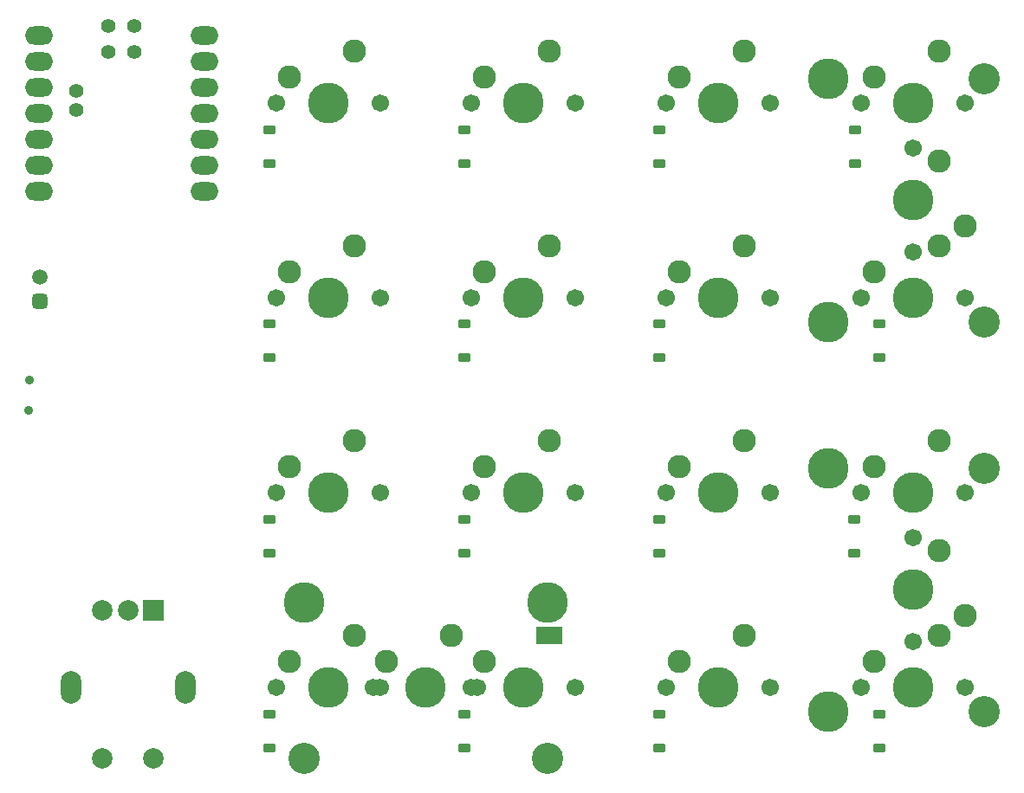
<source format=gbr>
%TF.GenerationSoftware,KiCad,Pcbnew,(7.0.0)*%
%TF.CreationDate,2023-06-29T20:35:03+03:00*%
%TF.ProjectId,kapeebar-a,6b617065-6562-4617-922d-612e6b696361,rev?*%
%TF.SameCoordinates,Original*%
%TF.FileFunction,Soldermask,Bot*%
%TF.FilePolarity,Negative*%
%FSLAX46Y46*%
G04 Gerber Fmt 4.6, Leading zero omitted, Abs format (unit mm)*
G04 Created by KiCad (PCBNEW (7.0.0)) date 2023-06-29 20:35:03*
%MOMM*%
%LPD*%
G01*
G04 APERTURE LIST*
G04 Aperture macros list*
%AMRoundRect*
0 Rectangle with rounded corners*
0 $1 Rounding radius*
0 $2 $3 $4 $5 $6 $7 $8 $9 X,Y pos of 4 corners*
0 Add a 4 corners polygon primitive as box body*
4,1,4,$2,$3,$4,$5,$6,$7,$8,$9,$2,$3,0*
0 Add four circle primitives for the rounded corners*
1,1,$1+$1,$2,$3*
1,1,$1+$1,$4,$5*
1,1,$1+$1,$6,$7*
1,1,$1+$1,$8,$9*
0 Add four rect primitives between the rounded corners*
20,1,$1+$1,$2,$3,$4,$5,0*
20,1,$1+$1,$4,$5,$6,$7,0*
20,1,$1+$1,$6,$7,$8,$9,0*
20,1,$1+$1,$8,$9,$2,$3,0*%
G04 Aperture macros list end*
%ADD10O,2.750000X1.800000*%
%ADD11C,1.397000*%
%ADD12C,1.701800*%
%ADD13C,3.987800*%
%ADD14C,2.286000*%
%ADD15R,2.500000X1.800000*%
%ADD16RoundRect,0.375000X-0.375000X0.375000X-0.375000X-0.375000X0.375000X-0.375000X0.375000X0.375000X0*%
%ADD17C,3.048000*%
%ADD18C,0.900000*%
%ADD19C,1.500000*%
%ADD20O,2.000000X3.200000*%
%ADD21R,2.000000X2.000000*%
%ADD22C,2.000000*%
%ADD23C,0.800000*%
%ADD24RoundRect,0.225000X0.375000X-0.225000X0.375000X0.225000X-0.375000X0.225000X-0.375000X-0.225000X0*%
G04 APERTURE END LIST*
D10*
%TO.C,U1*%
X135634219Y-51814179D03*
X135634219Y-54354179D03*
X135634219Y-56894179D03*
X135634219Y-59434179D03*
X135634219Y-61974179D03*
X135634219Y-64514179D03*
X135634219Y-67054179D03*
X151824219Y-67054179D03*
X151824219Y-64514179D03*
X151824219Y-61974179D03*
X151824219Y-59434179D03*
X151824219Y-56894179D03*
X151824219Y-54354179D03*
X151824219Y-51814179D03*
D11*
X142459220Y-50862180D03*
X144999220Y-50862180D03*
X142459220Y-53402180D03*
X144999220Y-53402180D03*
X139284220Y-59117180D03*
X139284220Y-57212180D03*
%TD*%
D12*
%TO.C,SW9*%
X196971500Y-77425000D03*
D13*
X202051500Y-77425000D03*
D12*
X207131500Y-77425000D03*
D14*
X204591500Y-72345000D03*
X198241500Y-74885000D03*
%TD*%
D12*
%TO.C,SW5*%
X158863750Y-77425000D03*
D13*
X163943750Y-77425000D03*
D12*
X169023750Y-77425000D03*
D14*
X166483750Y-72345000D03*
X160133750Y-74885000D03*
%TD*%
D12*
%TO.C,SW14*%
X158863750Y-115525000D03*
D13*
X163943750Y-115525000D03*
D12*
X169023750Y-115525000D03*
D14*
X166483750Y-110445000D03*
X160133750Y-112985000D03*
%TD*%
D12*
%TO.C,SW16*%
X177913750Y-115525000D03*
D13*
X182993750Y-115525000D03*
D12*
X188073750Y-115525000D03*
D15*
X185533749Y-110444999D03*
D14*
X179183750Y-112985000D03*
%TD*%
D12*
%TO.C,SW17*%
X196971500Y-115525000D03*
D13*
X202051500Y-115525000D03*
D12*
X207131500Y-115525000D03*
D14*
X204591500Y-110445000D03*
X198241500Y-112985000D03*
%TD*%
D12*
%TO.C,SW7*%
X177913750Y-96475000D03*
D13*
X182993750Y-96475000D03*
D12*
X188073750Y-96475000D03*
D14*
X185533750Y-91395000D03*
X179183750Y-93935000D03*
%TD*%
D12*
%TO.C,SW2*%
X177913750Y-58375000D03*
D13*
X182993750Y-58375000D03*
D12*
X188073750Y-58375000D03*
D14*
X185533750Y-53295000D03*
X179183750Y-55835000D03*
%TD*%
D12*
%TO.C,SW11*%
X216013750Y-96475000D03*
D13*
X221093750Y-96475000D03*
D12*
X226173750Y-96475000D03*
D14*
X223633750Y-91395000D03*
X217283750Y-93935000D03*
%TD*%
D16*
%TO.C,J1*%
X135731250Y-77787500D03*
%TD*%
D12*
%TO.C,SW10*%
X196971500Y-96475000D03*
D13*
X202051500Y-96475000D03*
D12*
X207131500Y-96475000D03*
D14*
X204591500Y-91395000D03*
X198241500Y-93935000D03*
%TD*%
D12*
%TO.C,SW12*%
X221093750Y-62820000D03*
D13*
X221093750Y-67900000D03*
D12*
X221093750Y-72980000D03*
D14*
X226173750Y-70440000D03*
X223633750Y-64090000D03*
%TD*%
D12*
%TO.C,SW13*%
X216013750Y-77425000D03*
D13*
X221093750Y-77425000D03*
D12*
X226173750Y-77425000D03*
D14*
X223633750Y-72345000D03*
X217283750Y-74885000D03*
%TD*%
D12*
%TO.C,SW4*%
X216013750Y-58375000D03*
D13*
X221093750Y-58375000D03*
D12*
X226173750Y-58375000D03*
D14*
X223633750Y-53295000D03*
X217283750Y-55835000D03*
%TD*%
D17*
%TO.C,ST3*%
X185368750Y-122510000D03*
D13*
X185368750Y-107270000D03*
D17*
X161568750Y-122510000D03*
D13*
X161568750Y-107270000D03*
%TD*%
D12*
%TO.C,SW18*%
X216013750Y-115525000D03*
D13*
X221093750Y-115525000D03*
D12*
X226173750Y-115525000D03*
D14*
X223633750Y-110445000D03*
X217283750Y-112985000D03*
%TD*%
D18*
%TO.C,switch*%
X134700000Y-88493750D03*
X134750000Y-85493750D03*
%TD*%
D12*
%TO.C,SW8*%
X177913750Y-77425000D03*
D13*
X182993750Y-77425000D03*
D12*
X188073750Y-77425000D03*
D14*
X185533750Y-72345000D03*
X179183750Y-74885000D03*
%TD*%
D12*
%TO.C,2u*%
X168388750Y-115525000D03*
D13*
X173468750Y-115525000D03*
D12*
X178548750Y-115525000D03*
D14*
X176008750Y-110445000D03*
X169658750Y-112985000D03*
%TD*%
D19*
%TO.C,J2*%
X135731250Y-75406250D03*
%TD*%
D12*
%TO.C,SW1*%
X158863750Y-58375000D03*
D13*
X163943750Y-58375000D03*
D12*
X169023750Y-58375000D03*
D14*
X166483750Y-53295000D03*
X160133750Y-55835000D03*
%TD*%
D12*
%TO.C,SW6*%
X158863750Y-96475000D03*
D13*
X163943750Y-96475000D03*
D12*
X169023750Y-96475000D03*
D14*
X166483750Y-91395000D03*
X160133750Y-93935000D03*
%TD*%
D17*
%TO.C,ST1*%
X228078750Y-56000000D03*
D13*
X212838750Y-56000000D03*
D17*
X228078750Y-79800000D03*
D13*
X212838750Y-79800000D03*
%TD*%
D12*
%TO.C,SW3*%
X196971500Y-58375000D03*
D13*
X202051500Y-58375000D03*
D12*
X207131500Y-58375000D03*
D14*
X204591500Y-53295000D03*
X198241500Y-55835000D03*
%TD*%
D20*
%TO.C,SW15*%
X149993749Y-115524999D03*
X138793749Y-115524999D03*
D21*
X146893749Y-108024999D03*
D22*
X141893750Y-108025000D03*
X144393750Y-108025000D03*
X141893750Y-122525000D03*
X146893750Y-122525000D03*
%TD*%
D12*
%TO.C,SW19*%
X221093750Y-100920000D03*
D13*
X221093750Y-106000000D03*
D12*
X221093750Y-111080000D03*
D14*
X226173750Y-108540000D03*
X223633750Y-102190000D03*
%TD*%
D17*
%TO.C,ST2*%
X228078750Y-94100000D03*
D13*
X212838750Y-94100000D03*
D17*
X228078750Y-117900000D03*
D13*
X212838750Y-117900000D03*
%TD*%
D23*
%TO.C,D6*%
X196287450Y-83276300D03*
D24*
X196287450Y-83276300D03*
D23*
X196287450Y-79976300D03*
D24*
X196287450Y-79976300D03*
%TD*%
D23*
%TO.C,D13*%
X217763750Y-121452000D03*
D24*
X217763750Y-121452000D03*
D23*
X217763750Y-118152000D03*
D24*
X217763750Y-118152000D03*
%TD*%
D23*
%TO.C,D8*%
X158213750Y-83276300D03*
D24*
X158213750Y-83276300D03*
D23*
X158213750Y-79976300D03*
D24*
X158213750Y-79976300D03*
%TD*%
D23*
%TO.C,D4*%
X158213750Y-64350000D03*
D24*
X158213750Y-64350000D03*
D23*
X158213750Y-61050000D03*
D24*
X158213750Y-61050000D03*
%TD*%
D23*
%TO.C,D14*%
X196287450Y-121452000D03*
D24*
X196287450Y-121452000D03*
D23*
X196287450Y-118152000D03*
D24*
X196287450Y-118152000D03*
%TD*%
D23*
%TO.C,D15*%
X177263750Y-121452000D03*
D24*
X177263750Y-121452000D03*
D23*
X177263750Y-118152000D03*
D24*
X177263750Y-118152000D03*
%TD*%
D23*
%TO.C,D2*%
X196287450Y-64350000D03*
D24*
X196287450Y-64350000D03*
D23*
X196287450Y-61050000D03*
D24*
X196287450Y-61050000D03*
%TD*%
D23*
%TO.C,D11*%
X177263750Y-102443000D03*
D24*
X177263750Y-102443000D03*
D23*
X177263750Y-99143000D03*
D24*
X177263750Y-99143000D03*
%TD*%
D23*
%TO.C,D9*%
X215380400Y-102443000D03*
D24*
X215380400Y-102443000D03*
D23*
X215380400Y-99143000D03*
D24*
X215380400Y-99143000D03*
%TD*%
D23*
%TO.C,D7*%
X177263750Y-83276300D03*
D24*
X177263750Y-83276300D03*
D23*
X177263750Y-79976300D03*
D24*
X177263750Y-79976300D03*
%TD*%
D23*
%TO.C,D3*%
X177263750Y-64350000D03*
D24*
X177263750Y-64350000D03*
D23*
X177263750Y-61050000D03*
D24*
X177263750Y-61050000D03*
%TD*%
D23*
%TO.C,D10*%
X196287450Y-102443000D03*
D24*
X196287450Y-102443000D03*
D23*
X196287450Y-99143000D03*
D24*
X196287450Y-99143000D03*
%TD*%
D23*
%TO.C,D16*%
X158213750Y-121452000D03*
D24*
X158213750Y-121452000D03*
D23*
X158213750Y-118152000D03*
D24*
X158213750Y-118152000D03*
%TD*%
D23*
%TO.C,D12*%
X158213750Y-102443000D03*
D24*
X158213750Y-102443000D03*
D23*
X158213750Y-99143000D03*
D24*
X158213750Y-99143000D03*
%TD*%
D23*
%TO.C,D1*%
X215417450Y-64350000D03*
D24*
X215417450Y-64350000D03*
D23*
X215417450Y-61050000D03*
D24*
X215417450Y-61050000D03*
%TD*%
D23*
%TO.C,D5*%
X217763750Y-83276300D03*
D24*
X217763750Y-83276300D03*
D23*
X217763750Y-79976300D03*
D24*
X217763750Y-79976300D03*
%TD*%
M02*

</source>
